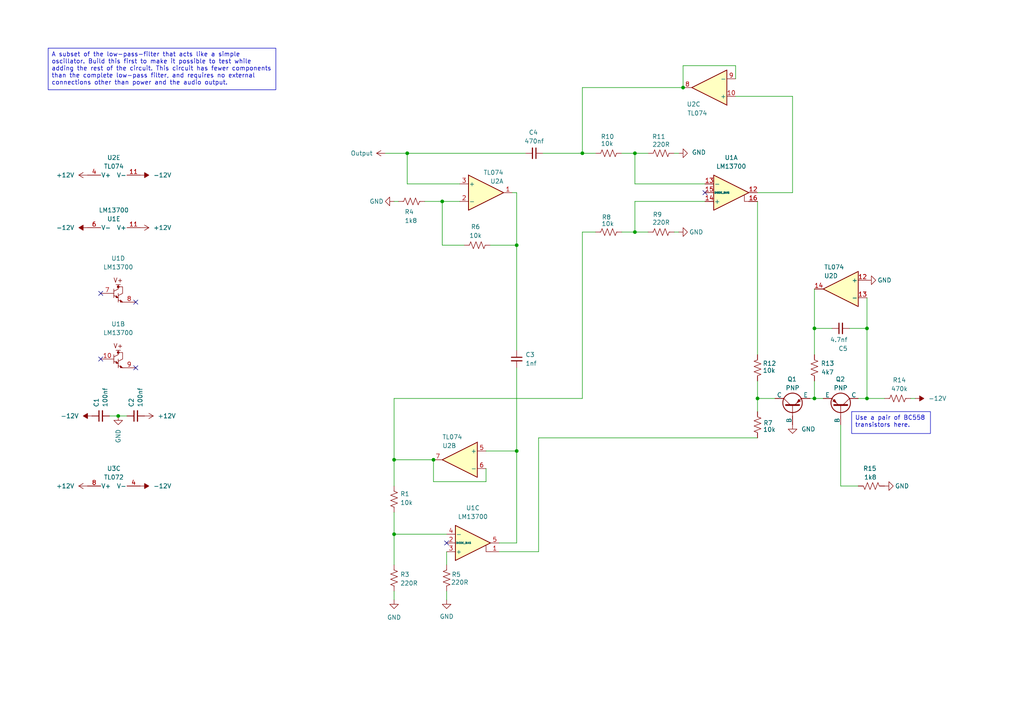
<source format=kicad_sch>
(kicad_sch (version 20231120) (generator "eeschema") (generator_version "8.0")
  (paper "A4")
  (lib_symbols
    (symbol "+12V_1" (power) (pin_numbers hide) (pin_names (offset 0) hide)
      (property "Value" "+12V" (at 0 3.556 0))
      (symbol "+12V_1_0_1"
        (polyline (pts (xy -0.762 1.27) (xy 0 2.54)))
        (polyline (pts (xy 0 0) (xy 0 2.54)))
        (polyline (pts (xy 0 2.54) (xy 0.762 1.27)))
      )
      (symbol "+12V_1_1_1"
        (pin power_in line (at 0 0 90) (length 0) (name "~") (number "1"))
      )
    )
    (symbol "Amplifier_Operational:LM13700" (pin_names (offset 0.127))
      (property "Reference" "U" (at 3.81 5.08 0))
      (property "Value" "LM13700" (at 5.08 -5.08 0))
      (symbol "LM13700_1_1"
        (polyline (pts (xy 3.81 -0.635) (xy 3.81 -2.54) (xy 5.08 -2.54)))
        (polyline (pts (xy 5.08 0) (xy -5.08 -5.08) (xy -5.08 5.08) (xy 5.08 0)) (stroke (width 0.254)) (fill (type background)))
        (pin output line (at 7.62 0 180) (length 2.54) (name "~") (number "12"))
        (pin input line (at -7.62 2.54 0) (length 2.54) (name "-") (number "13"))
        (pin input line (at -7.62 -2.54 0) (length 2.54) (name "+") (number "14"))
        (pin input line (at -7.62 0 0) (length 2.54) (name "DIODE_BIAS") (number "15"))
        (pin input line (at 7.62 -2.54 180) (length 2.54) (name "~") (number "16"))
      )
      (symbol "LM13700_2_0"
        (polyline (pts (xy -1.905 2.54) (xy -3.175 2.54)))
      )
      (symbol "LM13700_2_1"
        (circle (center -2.54 1.905) (radius 0.254) (stroke (width 0.254)) (fill (type outline)))
        (polyline (pts (xy -3.81 -0.635) (xy -2.54 -1.27)))
        (polyline (pts (xy -3.81 1.27) (xy -3.81 -1.27)))
        (polyline (pts (xy -2.54 -1.905) (xy -1.27 -2.54)))
        (polyline (pts (xy -2.54 0) (xy -2.54 -2.54)))
        (polyline (pts (xy -3.81 0.635) (xy -2.54 1.27) (xy -2.54 1.905) (xy -2.54 2.54)))
        (polyline (pts (xy -2.54 -1.27) (xy -3.175 -0.635) (xy -3.175 -1.27) (xy -2.54 -1.27)) (fill (type outline)))
        (polyline (pts (xy -2.54 -0.635) (xy -1.27 0) (xy -1.27 1.905) (xy -2.54 1.905)))
        (polyline (pts (xy -1.27 -2.54) (xy -1.905 -1.905) (xy -1.905 -2.54) (xy -1.27 -2.54)) (fill (type outline)))
        (text "V+" (at -2.54 3.81 0) (effects (font (size 1.27 1.27))))
        (pin input line (at -7.62 0 0) (length 3.81) (name "~") (number "10"))
        (pin output line (at 2.54 -2.54 180) (length 3.81) (name "~") (number "9"))
      )
      (symbol "LM13700_3_1"
        (polyline (pts (xy 3.81 -0.635) (xy 3.81 -2.54) (xy 5.08 -2.54)))
        (polyline (pts (xy 5.08 0) (xy -5.08 -5.08) (xy -5.08 5.08) (xy 5.08 0)) (stroke (width 0.254)) (fill (type background)))
        (pin input line (at 7.62 -2.54 180) (length 2.54) (name "~") (number "1"))
        (pin input line (at -7.62 0 0) (length 2.54) (name "DIODE_BIAS") (number "2"))
        (pin input line (at -7.62 -2.54 0) (length 2.54) (name "+") (number "3"))
        (pin input line (at -7.62 2.54 0) (length 2.54) (name "-") (number "4"))
        (pin output line (at 7.62 0 180) (length 2.54) (name "~") (number "5"))
      )
      (symbol "LM13700_4_0"
        (polyline (pts (xy -3.175 2.54) (xy -1.905 2.54)))
        (text "V+" (at -2.54 3.81 0) (effects (font (size 1.27 1.27))))
      )
      (symbol "LM13700_4_1"
        (circle (center -2.54 1.905) (radius 0.254) (stroke (width 0.254)) (fill (type outline)))
        (polyline (pts (xy -3.81 -0.635) (xy -2.54 -1.27)))
        (polyline (pts (xy -3.81 1.27) (xy -3.81 -1.27)))
        (polyline (pts (xy -2.54 -1.905) (xy -1.27 -2.54)))
        (polyline (pts (xy -2.54 0) (xy -2.54 -2.54)))
        (polyline (pts (xy -3.81 0.635) (xy -2.54 1.27) (xy -2.54 2.54)))
        (polyline (pts (xy -2.54 -1.27) (xy -3.175 -0.635) (xy -3.175 -1.27) (xy -2.54 -1.27)) (fill (type outline)))
        (polyline (pts (xy -2.54 -0.635) (xy -1.27 0) (xy -1.27 1.905) (xy -2.54 1.905)))
        (polyline (pts (xy -1.27 -2.54) (xy -1.905 -1.905) (xy -1.905 -2.54) (xy -1.27 -2.54)) (fill (type outline)))
        (pin input line (at -7.62 0 0) (length 3.81) (name "~") (number "7"))
        (pin output line (at 2.54 -2.54 180) (length 3.81) (name "~") (number "8"))
      )
      (symbol "LM13700_5_1"
        (pin power_in line (at -2.54 7.62 270) (length 3.81) (name "V+") (number "11"))
        (pin power_in line (at -2.54 -7.62 90) (length 3.81) (name "V-") (number "6"))
      )
    )
    (symbol "Amplifier_Operational:TL072" (pin_names (offset 0.127))
      (property "Reference" "U" (at 0 5.08 0))
      (property "Value" "TL072" (at 0 -5.08 0))
      (symbol "TL072_1_1"
        (polyline (pts (xy -5.08 5.08) (xy 5.08 0) (xy -5.08 -5.08) (xy -5.08 5.08)) (stroke (width 0.254)) (fill (type background)))
        (pin output line (at 7.62 0 180) (length 2.54) (name "~") (number "1"))
        (pin input line (at -7.62 -2.54 0) (length 2.54) (name "-") (number "2"))
        (pin input line (at -7.62 2.54 0) (length 2.54) (name "+") (number "3"))
      )
      (symbol "TL072_2_1"
        (polyline (pts (xy -5.08 5.08) (xy 5.08 0) (xy -5.08 -5.08) (xy -5.08 5.08)) (stroke (width 0.254)) (fill (type background)))
        (pin input line (at -7.62 2.54 0) (length 2.54) (name "+") (number "5"))
        (pin input line (at -7.62 -2.54 0) (length 2.54) (name "-") (number "6"))
        (pin output line (at 7.62 0 180) (length 2.54) (name "~") (number "7"))
      )
      (symbol "TL072_3_1"
        (pin power_in line (at -2.54 -7.62 90) (length 3.81) (name "V-") (number "4"))
        (pin power_in line (at -2.54 7.62 270) (length 3.81) (name "V+") (number "8"))
      )
    )
    (symbol "Amplifier_Operational:TL074" (pin_names (offset 0.127))
      (property "Reference" "U" (at 0 5.08 0))
      (property "Value" "TL074" (at 0 -5.08 0))
      (symbol "TL074_1_1"
        (polyline (pts (xy -5.08 5.08) (xy 5.08 0) (xy -5.08 -5.08) (xy -5.08 5.08)) (stroke (width 0.254)) (fill (type background)))
        (pin output line (at 7.62 0 180) (length 2.54) (name "~") (number "1"))
        (pin input line (at -7.62 -2.54 0) (length 2.54) (name "-") (number "2"))
        (pin input line (at -7.62 2.54 0) (length 2.54) (name "+") (number "3"))
      )
      (symbol "TL074_2_1"
        (polyline (pts (xy -5.08 5.08) (xy 5.08 0) (xy -5.08 -5.08) (xy -5.08 5.08)) (stroke (width 0.254)) (fill (type background)))
        (pin input line (at -7.62 2.54 0) (length 2.54) (name "+") (number "5"))
        (pin input line (at -7.62 -2.54 0) (length 2.54) (name "-") (number "6"))
        (pin output line (at 7.62 0 180) (length 2.54) (name "~") (number "7"))
      )
      (symbol "TL074_3_1"
        (polyline (pts (xy -5.08 5.08) (xy 5.08 0) (xy -5.08 -5.08) (xy -5.08 5.08)) (stroke (width 0.254)) (fill (type background)))
        (pin input line (at -7.62 2.54 0) (length 2.54) (name "+") (number "10"))
        (pin output line (at 7.62 0 180) (length 2.54) (name "~") (number "8"))
        (pin input line (at -7.62 -2.54 0) (length 2.54) (name "-") (number "9"))
      )
      (symbol "TL074_4_1"
        (polyline (pts (xy -5.08 5.08) (xy 5.08 0) (xy -5.08 -5.08) (xy -5.08 5.08)) (stroke (width 0.254)) (fill (type background)))
        (pin input line (at -7.62 2.54 0) (length 2.54) (name "+") (number "12"))
        (pin input line (at -7.62 -2.54 0) (length 2.54) (name "-") (number "13"))
        (pin output line (at 7.62 0 180) (length 2.54) (name "~") (number "14"))
      )
      (symbol "TL074_5_1"
        (pin power_in line (at -2.54 -7.62 90) (length 3.81) (name "V-") (number "11"))
        (pin power_in line (at -2.54 7.62 270) (length 3.81) (name "V+") (number "4"))
      )
    )
    (symbol "Device:C_Small" (pin_numbers hide) (pin_names (offset 0.254) hide)
      (property "Reference" "C" (at 0.254 1.778 0))
      (property "Value" "C_Small" (at 0.254 -2.032 0))
      (symbol "C_Small_0_1"
        (polyline (pts (xy -1.524 -0.508) (xy 1.524 -0.508)) (stroke (width 0.3302)))
        (polyline (pts (xy -1.524 0.508) (xy 1.524 0.508)) (stroke (width 0.3048)))
      )
      (symbol "C_Small_1_1"
        (pin passive line (at 0 2.54 270) (length 2.032) (name "~") (number "1"))
        (pin passive line (at 0 -2.54 90) (length 2.032) (name "~") (number "2"))
      )
    )
    (symbol "Device:R_US" (pin_numbers hide) (pin_names (offset 0))
      (property "Reference" "R" (at 2.54 0 90))
      (property "Value" "R_US" (at -2.54 0 90))
      (symbol "R_US_0_1"
        (polyline (pts (xy 0 -2.286) (xy 0 -2.54)))
        (polyline (pts (xy 0 2.286) (xy 0 2.54)))
        (polyline (pts (xy 0 -0.762) (xy 1.016 -1.143) (xy 0 -1.524) (xy -1.016 -1.905) (xy 0 -2.286)))
        (polyline (pts (xy 0 0.762) (xy 1.016 0.381) (xy 0 0) (xy -1.016 -0.381) (xy 0 -0.762)))
        (polyline (pts (xy 0 2.286) (xy 1.016 1.905) (xy 0 1.524) (xy -1.016 1.143) (xy 0 0.762)))
      )
      (symbol "R_US_1_1"
        (pin passive line (at 0 3.81 270) (length 1.27) (name "~") (number "1"))
        (pin passive line (at 0 -3.81 90) (length 1.27) (name "~") (number "2"))
      )
    )
    (symbol "Simulation_SPICE:PNP" (pin_numbers hide) (pin_names (offset 0))
      (property "Reference" "Q" (at -2.54 7.62 0))
      (property "Value" "PNP" (at -2.54 5.08 0))
      (symbol "PNP_0_1"
        (polyline (pts (xy -2.54 0) (xy 0.635 0)) (stroke (width 0.1524)))
        (polyline (pts (xy 0.635 0.635) (xy 2.54 2.54)))
        (polyline (pts (xy 0.635 -0.635) (xy 2.54 -2.54) (xy 2.54 -2.54)))
        (polyline (pts (xy 0.635 1.905) (xy 0.635 -1.905) (xy 0.635 -1.905)) (stroke (width 0.508)))
        (polyline (pts (xy 2.286 -1.778) (xy 1.778 -2.286) (xy 1.27 -1.27) (xy 2.286 -1.778) (xy 2.286 -1.778)) (fill (type outline)))
        (circle (center 1.27 0) (radius 2.8194) (stroke (width 0.254)))
      )
      (symbol "PNP_1_1"
        (pin open_collector line (at 2.54 5.08 270) (length 2.54) (name "C") (number "1"))
        (pin input line (at -5.08 0 0) (length 2.54) (name "B") (number "2"))
        (pin open_emitter line (at 2.54 -5.08 90) (length 2.54) (name "E") (number "3"))
      )
    )
    (symbol "power:+12V" (power) (pin_names (offset 0))
      (property "Value" "+12V" (at 0 3.556 0))
      (symbol "+12V_0_1"
        (polyline (pts (xy -0.762 1.27) (xy 0 2.54)))
        (polyline (pts (xy 0 0) (xy 0 2.54)))
        (polyline (pts (xy 0 2.54) (xy 0.762 1.27)))
      )
      (symbol "+12V_1_1"
        (pin power_in line (at 0 0 90) (length 0) hide (name "+12V") (number "1"))
      )
    )
    (symbol "power:-12V" (power) (pin_names (offset 0))
      (property "Value" "-12V" (at 0 3.81 0))
      (symbol "-12V_0_0"
        (pin power_in line (at 0 0 90) (length 0) hide (name "-12V") (number "1"))
      )
      (symbol "-12V_0_1"
        (polyline (pts (xy 0 0) (xy 0 1.27) (xy 0.762 1.27) (xy 0 2.54) (xy -0.762 1.27) (xy 0 1.27)) (fill (type outline)))
      )
    )
    (symbol "power:GND" (power) (pin_names (offset 0))
      (property "Value" "GND" (at 0 -3.81 0))
      (symbol "GND_0_1"
        (polyline (pts (xy 0 0) (xy 0 -1.27) (xy 1.27 -1.27) (xy 0 -2.54) (xy -1.27 -1.27) (xy 0 -1.27)))
      )
      (symbol "GND_1_1"
        (pin power_in line (at 0 0 270) (length 0) hide (name "GND") (number "1"))
      )
    )
  )
  (junction (at 128.27 58.42))
  (junction (at 236.22 95.25))
  (junction (at 251.46 115.57))
  (junction (at 236.22 115.57))
  (junction (at 198.12 25.4))
  (junction (at 149.86 130.81))
  (junction (at 168.91 44.45))
  (junction (at 251.46 95.25))
  (junction (at 114.3 133.35))
  (junction (at 34.29 120.65))
  (junction (at 219.71 115.57))
  (junction (at 125.73 133.35))
  (junction (at 118.11 44.45))
  (junction (at 184.15 44.45))
  (junction (at 184.15 67.31))
  (junction (at 114.3 154.94))
  (junction (at 149.86 71.12))
  (no_connect (at 204.47 55.88))
  (no_connect (at 39.37 87.63))
  (no_connect (at 29.21 85.09))
  (no_connect (at 39.37 106.68))
  (no_connect (at 29.21 104.14))
  (no_connect (at 129.54 157.48))
  (wire (pts (xy 236.22 115.57) (xy 234.95 115.57)))
  (wire (pts (xy 114.3 133.35) (xy 125.73 133.35)))
  (wire (pts (xy 219.71 58.42) (xy 219.71 102.87)))
  (wire (pts (xy 195.58 67.31) (xy 196.85 67.31)))
  (wire (pts (xy 168.91 67.31) (xy 168.91 115.57)))
  (wire (pts (xy 256.54 115.57) (xy 251.46 115.57)))
  (wire (pts (xy 184.15 53.34) (xy 204.47 53.34)))
  (wire (pts (xy 219.71 115.57) (xy 219.71 119.38)))
  (wire (pts (xy 198.12 19.05) (xy 198.12 25.4)))
  (wire (pts (xy 129.54 163.83) (xy 129.54 160.02)))
  (wire (pts (xy 149.86 106.68) (xy 149.86 130.81)))
  (wire (pts (xy 148.59 55.88) (xy 149.86 55.88)))
  (wire (pts (xy 184.15 58.42) (xy 184.15 67.31)))
  (wire (pts (xy 219.71 110.49) (xy 219.71 115.57)))
  (wire (pts (xy 128.27 58.42) (xy 128.27 71.12)))
  (wire (pts (xy 180.34 44.45) (xy 184.15 44.45)))
  (wire (pts (xy 114.3 173.99) (xy 114.3 171.45)))
  (wire (pts (xy 251.46 115.57) (xy 248.92 115.57)))
  (wire (pts (xy 123.19 58.42) (xy 128.27 58.42)))
  (wire (pts (xy 184.15 44.45) (xy 184.15 53.34)))
  (wire (pts (xy 149.86 71.12) (xy 149.86 101.6)))
  (wire (pts (xy 140.97 135.89) (xy 140.97 139.7)))
  (wire (pts (xy 118.11 53.34) (xy 133.35 53.34)))
  (wire (pts (xy 243.84 123.19) (xy 243.84 140.97)))
  (wire (pts (xy 168.91 67.31) (xy 172.72 67.31)))
  (wire (pts (xy 213.36 27.94) (xy 229.87 27.94)))
  (wire (pts (xy 133.35 58.42) (xy 128.27 58.42)))
  (wire (pts (xy 140.97 130.81) (xy 149.86 130.81)))
  (wire (pts (xy 142.24 71.12) (xy 149.86 71.12)))
  (wire (pts (xy 111.76 44.45) (xy 118.11 44.45)))
  (wire (pts (xy 168.91 44.45) (xy 157.48 44.45)))
  (wire (pts (xy 129.54 173.99) (xy 129.54 171.45)))
  (wire (pts (xy 184.15 67.31) (xy 187.96 67.31)))
  (wire (pts (xy 114.3 115.57) (xy 168.91 115.57)))
  (wire (pts (xy 156.21 127) (xy 219.71 127)))
  (wire (pts (xy 243.84 140.97) (xy 248.92 140.97)))
  (wire (pts (xy 213.36 22.86) (xy 213.36 19.05)))
  (wire (pts (xy 251.46 95.25) (xy 251.46 115.57)))
  (wire (pts (xy 140.97 139.7) (xy 125.73 139.7)))
  (wire (pts (xy 144.78 160.02) (xy 156.21 160.02)))
  (wire (pts (xy 180.34 67.31) (xy 184.15 67.31)))
  (wire (pts (xy 236.22 95.25) (xy 241.3 95.25)))
  (wire (pts (xy 168.91 44.45) (xy 172.72 44.45)))
  (wire (pts (xy 156.21 160.02) (xy 156.21 127)))
  (wire (pts (xy 246.38 95.25) (xy 251.46 95.25)))
  (wire (pts (xy 114.3 140.97) (xy 114.3 133.35)))
  (wire (pts (xy 195.58 44.45) (xy 196.85 44.45)))
  (wire (pts (xy 264.16 115.57) (xy 265.43 115.57)))
  (wire (pts (xy 213.36 19.05) (xy 198.12 19.05)))
  (wire (pts (xy 236.22 83.82) (xy 236.22 95.25)))
  (wire (pts (xy 219.71 115.57) (xy 224.79 115.57)))
  (wire (pts (xy 36.83 120.65) (xy 34.29 120.65)))
  (wire (pts (xy 184.15 44.45) (xy 187.96 44.45)))
  (wire (pts (xy 118.11 44.45) (xy 118.11 53.34)))
  (wire (pts (xy 34.29 120.65) (xy 31.75 120.65)))
  (wire (pts (xy 229.87 27.94) (xy 229.87 55.88)))
  (wire (pts (xy 149.86 130.81) (xy 149.86 157.48)))
  (wire (pts (xy 114.3 154.94) (xy 114.3 163.83)))
  (wire (pts (xy 118.11 44.45) (xy 152.4 44.45)))
  (wire (pts (xy 125.73 139.7) (xy 125.73 133.35)))
  (wire (pts (xy 251.46 86.36) (xy 251.46 95.25)))
  (wire (pts (xy 114.3 154.94) (xy 129.54 154.94)))
  (wire (pts (xy 149.86 55.88) (xy 149.86 71.12)))
  (wire (pts (xy 168.91 25.4) (xy 198.12 25.4)))
  (wire (pts (xy 144.78 157.48) (xy 149.86 157.48)))
  (wire (pts (xy 219.71 55.88) (xy 229.87 55.88)))
  (wire (pts (xy 114.3 148.59) (xy 114.3 154.94)))
  (wire (pts (xy 204.47 58.42) (xy 184.15 58.42)))
  (wire (pts (xy 128.27 71.12) (xy 134.62 71.12)))
  (wire (pts (xy 168.91 25.4) (xy 168.91 44.45)))
  (wire (pts (xy 114.3 115.57) (xy 114.3 133.35)))
  (wire (pts (xy 236.22 95.25) (xy 236.22 102.87)))
  (wire (pts (xy 115.57 58.42) (xy 114.3 58.42)))
  (wire (pts (xy 236.22 110.49) (xy 236.22 115.57)))
  (wire (pts (xy 238.76 115.57) (xy 236.22 115.57)))
  (text_box "Use a pair of BC558 transistors here." (at 247.015 119.38 0) (size 22.86 6.35) (effects (font (size 1.27 1.27)) (justify left top)))
  (text_box "A subset of the low-pass-filter that acts like a simple oscillator. Build this first to make it possible to test while adding the rest of the circuit. This circuit has fewer components than the complete low-pass filter, and requires no external connections other than power and the audio output." (at 13.97 13.97 0) (size 66.04 12.065) (effects (font (size 1.27 1.27)) (justify left top)))
  (symbol (lib_id "Device:R_US") (at 129.54 167.64 0) (mirror x) (unit 1)
    (property "Reference" "R5" (at 132.334 166.624 0))
    (property "Value" "220R" (at 133.35 168.91 0))
  )
  (symbol (lib_id "power:GND") (at 114.3 58.42 270) (unit 1)
    (property "Reference" "#PWR011" (effects (hide yes)))
    (property "Value" "GND" (at 109.22 58.42 90))
  )
  (symbol (lib_id "Simulation_SPICE:PNP") (at 229.87 118.11 90) (unit 1)
    (property "Reference" "Q2" (at 245.11 109.982 90) (effects (justify left)))
    (property "Value" "PNP" (at 245.872 112.522 90) (effects (justify left)))
    (property "Sim.Device" "PNP" (effects (hide yes)))
    (property "Sim.Type" "GUMMELPOON" (effects (hide yes)))
    (property "Sim.Pins" "1=C 2=B 3=E" (effects (hide yes)))
  )
  (symbol (lib_id "Device:R_US") (at 114.3 167.64 0) (unit 1)
    (property "Reference" "R3" (at 116.078 166.624 0) (effects (justify left)))
    (property "Value" "220R" (at 116.078 169.164 0) (effects (justify left)))
  )
  (symbol (lib_id "Device:R_US") (at 138.43 71.12 270) (unit 1)
    (property "Reference" "R6" (at 137.922 65.786 90))
    (property "Value" "10k" (at 137.922 68.326 90))
  )
  (symbol (lib_id "Device:C_Small") (at 29.21 120.65 90) (unit 1)
    (property "Reference" "C1" (at 27.9463 118.11 0) (effects (justify left)))
    (property "Value" "100nf" (at 30.4863 118.11 0) (effects (justify left)))
  )
  (symbol (lib_id "Amplifier_Operational:LM13700") (at 33.02 68.58 270) (unit 5)
    (property "Reference" "U1" (at 33.02 63.5 90))
    (property "Value" "LM13700" (at 33.02 60.96 90))
    (property "Datasheet" "http://www.ti.com/lit/ds/symlink/lm13700.pdf" (effects (hide yes)))
  )
  (symbol (lib_id "Device:R_US") (at 114.3 144.78 0) (unit 1)
    (property "Reference" "R1" (at 116.078 143.256 0) (effects (justify left)))
    (property "Value" "10k" (at 116.078 145.796 0) (effects (justify left)))
  )
  (symbol (lib_id "Amplifier_Operational:TL072") (at 33.02 138.43 90) (unit 3)
    (property "Reference" "U3" (at 33.02 135.89 90))
    (property "Value" "TL072" (at 33.02 138.43 90))
    (property "Datasheet" "http://www.ti.com/lit/ds/symlink/tl071.pdf" (effects (hide yes)))
    (property "Description" "Dual Low-Noise JFET-Input Operational Amplifiers, DIP-8/SOIC-8" (effects (hide yes)))
  )
  (symbol (lib_id "power:GND") (at 256.54 140.97 90) (mirror x) (unit 1)
    (property "Reference" "#PWR020" (effects (hide yes)))
    (property "Value" "GND" (at 261.62 140.97 90))
  )
  (symbol (lib_id "Device:R_US") (at 219.71 106.68 0) (mirror x) (unit 1)
    (property "Reference" "R12" (at 221.234 105.41 0) (effects (justify left)))
    (property "Value" "10k" (at 221.234 107.442 0) (effects (justify left)))
  )
  (symbol (lib_id "Amplifier_Operational:LM13700") (at 212.09 55.88 0) (unit 1)
    (property "Reference" "U1" (at 212.09 45.72 0))
    (property "Value" "LM13700" (at 212.09 48.26 0))
    (property "Datasheet" "http://www.ti.com/lit/ds/symlink/lm13700.pdf" (effects (hide yes)))
  )
  (symbol (lib_id "Device:R_US") (at 191.77 67.31 90) (unit 1)
    (property "Reference" "R9" (at 192.024 62.23 90) (effects (justify left)))
    (property "Value" "220R" (at 194.31 64.516 90) (effects (justify left)))
  )
  (symbol (lib_id "power:GND") (at 129.54 173.99 0) (mirror y) (unit 1)
    (property "Reference" "#PWR012" (effects (hide yes)))
    (property "Value" "GND" (at 127.508 178.816 0) (effects (justify right)))
  )
  (symbol (lib_id "power:GND") (at 196.85 44.45 90) (unit 1)
    (property "Reference" "#PWR016" (effects (hide yes)))
    (property "Value" "GND" (at 200.66 44.196 90) (effects (justify right)))
  )
  (symbol (lib_id "Device:C_Small") (at 39.37 120.65 90) (unit 1)
    (property "Reference" "C2" (at 38.1063 118.11 0) (effects (justify left)))
    (property "Value" "100nf" (at 40.6463 118.11 0) (effects (justify left)))
  )
  (symbol (lib_id "power:GND") (at 114.3 173.99 0) (unit 1)
    (property "Reference" "#PWR010" (effects (hide yes)))
    (property "Value" "GND" (at 114.3 179.07 0))
  )
  (symbol (lib_id "power:+12V") (at 40.64 66.04 270) (unit 1)
    (property "Reference" "#PWR05" (effects (hide yes)))
    (property "Value" "+12V" (at 44.45 66.04 90) (effects (justify left)))
  )
  (symbol (lib_id "Device:R_US") (at 260.35 115.57 90) (unit 1)
    (property "Reference" "R14" (at 260.858 110.236 90))
    (property "Value" "470k" (at 260.858 112.776 90))
  )
  (symbol (lib_id "power:-12V") (at 265.43 115.57 270) (unit 1)
    (property "Reference" "#PWR018" (effects (hide yes)))
    (property "Value" "-12V" (at 269.24 115.5699 90) (effects (justify left)))
  )
  (symbol (lib_id "Device:C_Small") (at 243.84 95.25 90) (mirror x) (unit 1)
    (property "Reference" "C5" (at 245.872 101.092 90) (effects (justify left)))
    (property "Value" "4.7nf" (at 245.872 98.552 90) (effects (justify left)))
  )
  (symbol (lib_id "power:+12V") (at 25.4 140.97 90) (unit 1)
    (property "Reference" "#PWR015" (effects (hide yes)))
    (property "Value" "+12V" (at 21.59 140.9699 90) (effects (justify left)))
  )
  (symbol (lib_id "power:GND") (at 229.87 123.19 0) (unit 1)
    (property "Reference" "#PWR019" (effects (hide yes)))
    (property "Value" "GND" (at 232.41 124.4599 0) (effects (justify left)))
  )
  (symbol (lib_id "power:-12V") (at 40.64 50.8 270) (unit 1)
    (property "Reference" "#PWR06" (effects (hide yes)))
    (property "Value" "-12V" (at 44.45 50.8 90) (effects (justify left)))
  )
  (symbol (lib_id "Device:R_US") (at 191.77 44.45 90) (unit 1)
    (property "Reference" "R11" (at 193.04 39.624 90) (effects (justify left)))
    (property "Value" "220R" (at 194.31 41.91 90) (effects (justify left)))
  )
  (symbol (lib_id "Device:R_US") (at 219.71 123.19 0) (unit 1)
    (property "Reference" "R7" (at 222.758 122.682 0))
    (property "Value" "10k" (at 223.139 124.587 0))
  )
  (symbol (lib_id "Amplifier_Operational:TL074") (at 205.74 25.4 180) (unit 3)
    (property "Reference" "U2" (at 203.2 30.226 0) (effects (justify left)))
    (property "Value" "TL074" (at 205.1685 32.8295 0) (effects (justify left)))
    (property "Datasheet" "http://www.ti.com/lit/ds/symlink/tl071.pdf" (effects (hide yes)))
  )
  (symbol (lib_id "power:+12V") (at 41.91 120.65 270) (unit 1)
    (property "Reference" "#PWR07" (effects (hide yes)))
    (property "Value" "+12V" (at 45.72 120.65 90) (effects (justify left)))
  )
  (symbol (lib_id "Amplifier_Operational:TL074") (at 243.84 83.82 0) (mirror y) (unit 4)
    (property "Reference" "U2" (at 239.014 80.01 0) (effects (justify right)))
    (property "Value" "TL074" (at 239.014 77.47 0) (effects (justify right)))
    (property "Datasheet" "http://www.ti.com/lit/ds/symlink/tl071.pdf" (effects (hide yes)))
  )
  (symbol (lib_name "+12V_1") (lib_id "power:+12V") (at 111.76 44.45 90) (unit 1)
    (property "Reference" "#PWR08" (effects (hide yes)))
    (property "Value" "Output" (at 104.902 44.45 90))
    (property "Description" "Power symbol creates a global label with name \"+12V\"" (effects (hide yes)))
  )
  (symbol (lib_id "Device:R_US") (at 236.22 106.68 180) (unit 1)
    (property "Reference" "R13" (at 240.03 105.41 0))
    (property "Value" "4k7" (at 240.03 107.95 0))
  )
  (symbol (lib_id "power:GND") (at 196.85 67.31 90) (unit 1)
    (property "Reference" "#PWR013" (effects (hide yes)))
    (property "Value" "GND" (at 201.93 67.31 90))
  )
  (symbol (lib_id "Device:C_Small") (at 154.94 44.45 270) (unit 1)
    (property "Reference" "C4" (at 153.3525 38.4175 90) (effects (justify left)))
    (property "Value" "470nf" (at 152.0825 40.9575 90) (effects (justify left)))
  )
  (symbol (lib_id "Amplifier_Operational:LM13700") (at 36.83 85.09 0) (unit 4)
    (property "Reference" "U1" (at 34.29 74.93 0))
    (property "Value" "LM13700" (at 34.29 77.47 0))
    (property "Datasheet" "http://www.ti.com/lit/ds/symlink/lm13700.pdf" (effects (hide yes)))
  )
  (symbol (lib_id "Amplifier_Operational:TL074") (at 33.02 48.26 90) (unit 5)
    (property "Reference" "U2" (at 33.02 45.72 90))
    (property "Value" "TL074" (at 33.02 48.26 90))
    (property "Datasheet" "http://www.ti.com/lit/ds/symlink/tl071.pdf" (effects (hide yes)))
  )
  (symbol (lib_id "power:-12V") (at 40.64 140.97 270) (unit 1)
    (property "Reference" "#PWR024" (effects (hide yes)))
    (property "Value" "-12V" (at 44.45 140.9699 90) (effects (justify left)))
  )
  (symbol (lib_id "Amplifier_Operational:TL074") (at 133.35 133.35 0) (mirror y) (unit 2)
    (property "Reference" "U2" (at 132.334 129.286 0) (effects (justify left)))
    (property "Value" "TL074" (at 134.112 126.746 0) (effects (justify left)))
    (property "Datasheet" "http://www.ti.com/lit/ds/symlink/tl071.pdf" (effects (hide yes)))
  )
  (symbol (lib_id "power:+12V") (at 25.4 50.8 90) (unit 1)
    (property "Reference" "#PWR02" (effects (hide yes)))
    (property "Value" "+12V" (at 21.59 50.8 90) (effects (justify left)))
  )
  (symbol (lib_id "Amplifier_Operational:LM13700") (at 36.83 104.14 0) (unit 2)
    (property "Reference" "U1" (at 34.29 93.98 0))
    (property "Value" "LM13700" (at 34.29 96.52 0))
    (property "Datasheet" "http://www.ti.com/lit/ds/symlink/lm13700.pdf" (effects (hide yes)))
  )
  (symbol (lib_id "Simulation_SPICE:PNP") (at 243.84 118.11 270) (mirror x) (unit 1)
    (property "Reference" "Q1" (at 228.346 109.982 90) (effects (justify left)))
    (property "Value" "PNP" (at 227.838 112.522 90) (effects (justify left)))
    (property "Sim.Device" "PNP" (effects (hide yes)))
    (property "Sim.Type" "GUMMELPOON" (effects (hide yes)))
    (property "Sim.Pins" "1=C 2=B 3=E" (effects (hide yes)))
  )
  (symbol (lib_id "Device:R_US") (at 176.53 44.45 270) (unit 1)
    (property "Reference" "R10" (at 174.244 39.624 90) (effects (justify left)))
    (property "Value" "10k" (at 174.244 41.656 90) (effects (justify left)))
  )
  (symbol (lib_id "power:GND") (at 34.29 120.65 0) (unit 1)
    (property "Reference" "#PWR04" (effects (hide yes)))
    (property "Value" "GND" (at 34.29 124.46 90) (effects (justify right)))
  )
  (symbol (lib_id "Amplifier_Operational:TL074") (at 140.97 55.88 0) (unit 1)
    (property "Reference" "U2" (at 146.05 52.578 0) (effects (justify right)))
    (property "Value" "TL074" (at 146.05 50.038 0) (effects (justify right)))
    (property "Datasheet" "http://www.ti.com/lit/ds/symlink/tl071.pdf" (effects (hide yes)))
  )
  (symbol (lib_id "power:-12V") (at 25.4 66.04 90) (unit 1)
    (property "Reference" "#PWR01" (effects (hide yes)))
    (property "Value" "-12V" (at 21.59 66.04 90) (effects (justify left)))
  )
  (symbol (lib_id "Amplifier_Operational:LM13700") (at 137.16 157.48 0) (unit 3)
    (property "Reference" "U1" (at 137.16 147.32 0))
    (property "Value" "LM13700" (at 137.16 149.86 0))
    (property "Datasheet" "http://www.ti.com/lit/ds/symlink/lm13700.pdf" (effects (hide yes)))
  )
  (symbol (lib_id "power:GND") (at 251.46 81.28 90) (mirror x) (unit 1)
    (property "Reference" "#PWR014" (effects (hide yes)))
    (property "Value" "GND" (at 256.54 81.28 90))
  )
  (symbol (lib_id "Device:R_US") (at 176.53 67.31 90) (unit 1)
    (property "Reference" "R8" (at 175.895 62.992 90))
    (property "Value" "10k" (at 176.276 64.897 90))
  )
  (symbol (lib_id "Device:C_Small") (at 149.86 104.14 0) (unit 1)
    (property "Reference" "C3" (at 152.4 102.8763 0) (effects (justify left)))
    (property "Value" "1nf" (at 152.4 105.4163 0) (effects (justify left)))
  )
  (symbol (lib_id "power:-12V") (at 26.67 120.65 90) (unit 1)
    (property "Reference" "#PWR03" (effects (hide yes)))
    (property "Value" "-12V" (at 22.86 120.65 90) (effects (justify left)))
  )
  (symbol (lib_id "Device:R_US") (at 252.73 140.97 270) (mirror x) (unit 1)
    (property "Reference" "R15" (at 254.254 135.89 90) (effects (justify right)))
    (property "Value" "1k8" (at 254.254 138.43 90) (effects (justify right)))
  )
  (symbol (lib_id "Device:R_US") (at 119.38 58.42 270) (unit 1)
    (property "Reference" "R4" (at 117.348 61.468 90) (effects (justify left)))
    (property "Value" "1k8" (at 117.348 64.008 90) (effects (justify left)))
  )
)
</source>
